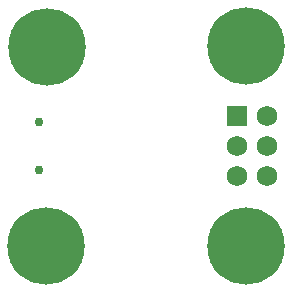
<source format=gbs>
G04 #@! TF.FileFunction,Soldermask,Bot*
%FSLAX46Y46*%
G04 Gerber Fmt 4.6, Leading zero omitted, Abs format (unit mm)*
G04 Created by KiCad (PCBNEW (after 2015-mar-04 BZR unknown)-product) date 2/17/2016 8:31:02 AM*
%MOMM*%
G01*
G04 APERTURE LIST*
%ADD10C,0.150000*%
%ADD11C,0.753200*%
%ADD12C,6.553200*%
%ADD13R,1.727200X1.727200*%
%ADD14C,1.727200*%
G04 APERTURE END LIST*
D10*
D11*
X23475000Y-30500000D03*
X23475000Y-34500000D03*
D12*
X24100000Y-24100000D03*
X24000000Y-41000000D03*
X41000000Y-41000000D03*
X41000000Y-24000000D03*
D13*
X40230000Y-29960000D03*
D14*
X42770000Y-29960000D03*
X40230000Y-32500000D03*
X42770000Y-32500000D03*
X40230000Y-35040000D03*
X42770000Y-35040000D03*
M02*

</source>
